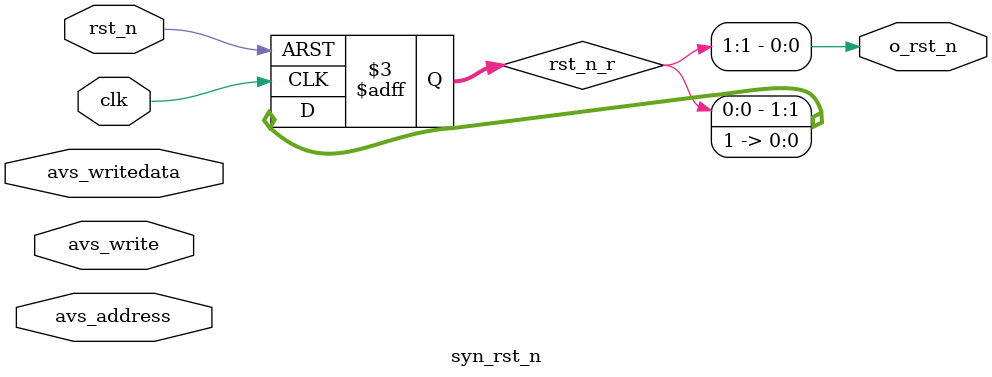
<source format=v>
/************************************************************************
 * Author        : yebin
 * Email         : 390931229@qq.com
 * Create time   : 2022-3-4
 * Last modified : 2022-3-4
 * Filename      : syn_rst_n.v
 * Description   : syn_rst_n
 * *********************************************************************/
module  syn_rst_n(
        input                   clk                             ,
        input                   rst_n                           ,
		  
        output  wire            o_rst_n									 ,
        input [1:0]avs_address,
		  input avs_write  ,
		  input [7:0]avs_writedata		
	              
);
//======================================================================\
//************** Define Parameter and Internal Signals *****************
//======================================================================/
reg     [ 1: 0]                 rst_n_r                         ; 

//======================================================================\
//**************************** Main Code *******************************
//======================================================================/



//异步释放，同步复位
always  @(posedge clk or negedge rst_n)begin
    if(rst_n==1'b0)begin
        rst_n_r <=  0;
    end
    else begin
        rst_n_r <=  {rst_n_r[0],1'b1};
    end
end
 
assign  o_rst_n   =   rst_n_r[1];


endmodule

</source>
